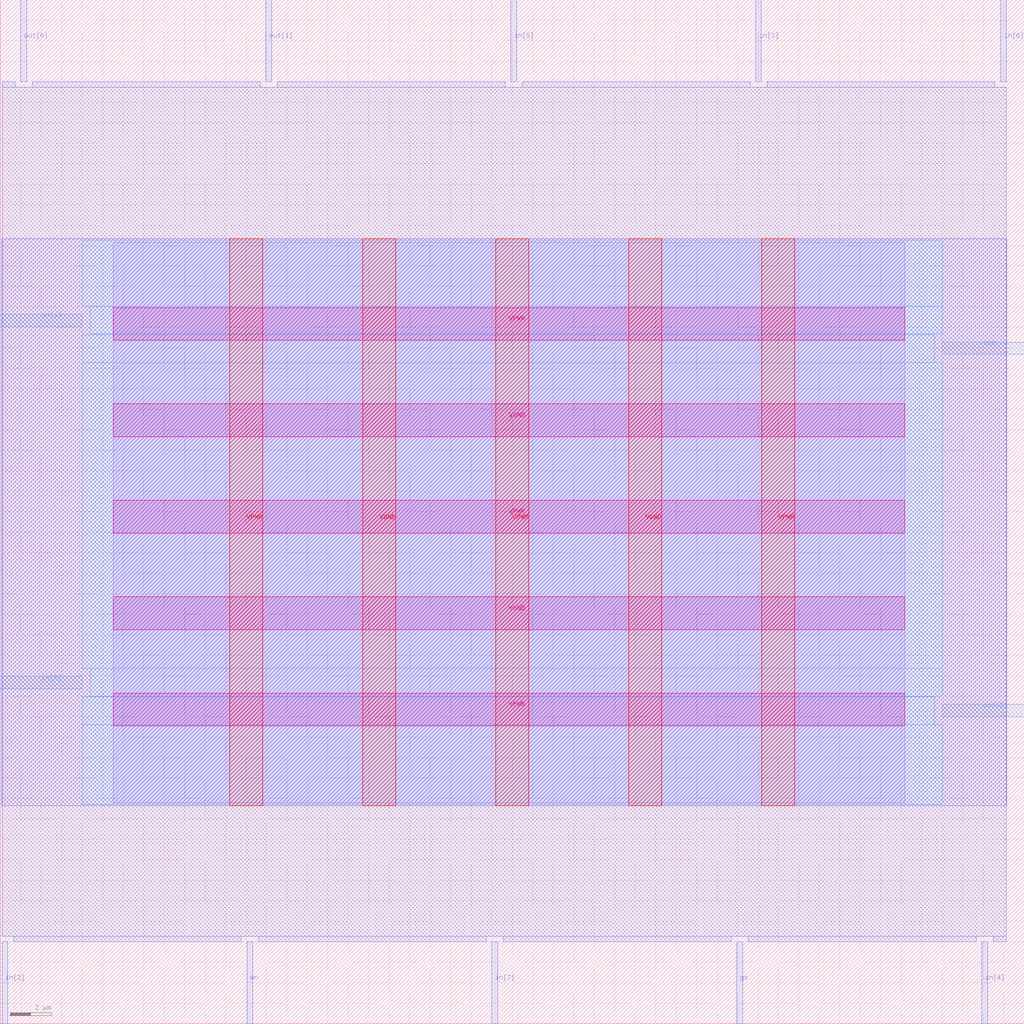
<source format=lef>
VERSION 5.7 ;
  NOWIREEXTENSIONATPIN ON ;
  DIVIDERCHAR "/" ;
  BUSBITCHARS "[]" ;
MACRO dvsd_pe
  CLASS BLOCK ;
  FOREIGN dvsd_pe ;
  ORIGIN 0.000 0.000 ;
  SIZE 50.000 BY 50.000 ;
  PIN VGND
    DIRECTION INPUT ;
    USE GROUND ;
    PORT
      LAYER met5 ;
        RECT 5.520 19.250 44.160 20.850 ;
    END
    PORT
      LAYER met5 ;
        RECT 5.520 28.665 44.160 30.265 ;
    END
    PORT
      LAYER met4 ;
        RECT 17.705 10.640 19.305 38.320 ;
    END
    PORT
      LAYER met4 ;
        RECT 30.690 10.640 32.290 38.320 ;
    END
  END VGND
  PIN VPWR
    DIRECTION INPUT ;
    USE POWER ;
    PORT
      LAYER met5 ;
        RECT 5.520 14.545 44.160 16.145 ;
    END
    PORT
      LAYER met5 ;
        RECT 5.520 23.960 44.160 25.560 ;
    END
    PORT
      LAYER met5 ;
        RECT 5.520 33.370 44.160 34.970 ;
    END
    PORT
      LAYER met4 ;
        RECT 11.215 10.640 12.815 38.320 ;
    END
    PORT
      LAYER met4 ;
        RECT 24.200 10.640 25.800 38.320 ;
    END
    PORT
      LAYER met4 ;
        RECT 37.185 10.640 38.785 38.320 ;
    END
  END VPWR
  PIN en
    DIRECTION INPUT ;
    USE SIGNAL ;
    PORT
      LAYER met2 ;
        RECT 12.050 0.000 12.330 4.000 ;
    END
  END en
  PIN eno
    DIRECTION OUTPUT TRISTATE ;
    USE SIGNAL ;
    PORT
      LAYER met3 ;
        RECT 46.000 32.680 50.000 33.280 ;
    END
  END eno
  PIN gs
    DIRECTION OUTPUT TRISTATE ;
    USE SIGNAL ;
    PORT
      LAYER met2 ;
        RECT 35.970 0.000 36.250 4.000 ;
    END
  END gs
  PIN in[0]
    DIRECTION INPUT ;
    USE SIGNAL ;
    PORT
      LAYER met3 ;
        RECT 0.000 16.360 4.000 16.960 ;
    END
  END in[0]
  PIN in[1]
    DIRECTION INPUT ;
    USE SIGNAL ;
    PORT
      LAYER met3 ;
        RECT 0.000 34.040 4.000 34.640 ;
    END
  END in[1]
  PIN in[2]
    DIRECTION INPUT ;
    USE SIGNAL ;
    PORT
      LAYER met2 ;
        RECT 0.090 0.000 0.370 4.000 ;
    END
  END in[2]
  PIN in[3]
    DIRECTION INPUT ;
    USE SIGNAL ;
    PORT
      LAYER met2 ;
        RECT 36.890 46.000 37.170 50.000 ;
    END
  END in[3]
  PIN in[4]
    DIRECTION INPUT ;
    USE SIGNAL ;
    PORT
      LAYER met2 ;
        RECT 47.930 0.000 48.210 4.000 ;
    END
  END in[4]
  PIN in[5]
    DIRECTION INPUT ;
    USE SIGNAL ;
    PORT
      LAYER met2 ;
        RECT 24.930 46.000 25.210 50.000 ;
    END
  END in[5]
  PIN in[6]
    DIRECTION INPUT ;
    USE SIGNAL ;
    PORT
      LAYER met2 ;
        RECT 48.850 46.000 49.130 50.000 ;
    END
  END in[6]
  PIN in[7]
    DIRECTION INPUT ;
    USE SIGNAL ;
    PORT
      LAYER met2 ;
        RECT 24.010 0.000 24.290 4.000 ;
    END
  END in[7]
  PIN out[0]
    DIRECTION OUTPUT TRISTATE ;
    USE SIGNAL ;
    PORT
      LAYER met2 ;
        RECT 1.010 46.000 1.290 50.000 ;
    END
  END out[0]
  PIN out[1]
    DIRECTION OUTPUT TRISTATE ;
    USE SIGNAL ;
    PORT
      LAYER met2 ;
        RECT 12.970 46.000 13.250 50.000 ;
    END
  END out[1]
  PIN out[2]
    DIRECTION OUTPUT TRISTATE ;
    USE SIGNAL ;
    PORT
      LAYER met3 ;
        RECT 46.000 15.000 50.000 15.600 ;
    END
  END out[2]
  OBS
      LAYER li1 ;
        RECT 5.520 10.795 44.160 38.165 ;
      LAYER met1 ;
        RECT 0.070 10.640 49.150 38.320 ;
      LAYER met2 ;
        RECT 0.100 45.720 0.730 46.000 ;
        RECT 1.570 45.720 12.690 46.000 ;
        RECT 13.530 45.720 24.650 46.000 ;
        RECT 25.490 45.720 36.610 46.000 ;
        RECT 37.450 45.720 48.570 46.000 ;
        RECT 0.100 4.280 49.120 45.720 ;
        RECT 0.650 4.000 11.770 4.280 ;
        RECT 12.610 4.000 23.730 4.280 ;
        RECT 24.570 4.000 35.690 4.280 ;
        RECT 36.530 4.000 47.650 4.280 ;
        RECT 48.490 4.000 49.120 4.280 ;
      LAYER met3 ;
        RECT 4.000 35.040 46.000 38.245 ;
        RECT 4.400 33.680 46.000 35.040 ;
        RECT 4.400 33.640 45.600 33.680 ;
        RECT 4.000 32.280 45.600 33.640 ;
        RECT 4.000 17.360 46.000 32.280 ;
        RECT 4.400 16.000 46.000 17.360 ;
        RECT 4.400 15.960 45.600 16.000 ;
        RECT 4.000 14.600 45.600 15.960 ;
        RECT 4.000 10.715 46.000 14.600 ;
  END
END dvsd_pe
END LIBRARY


</source>
